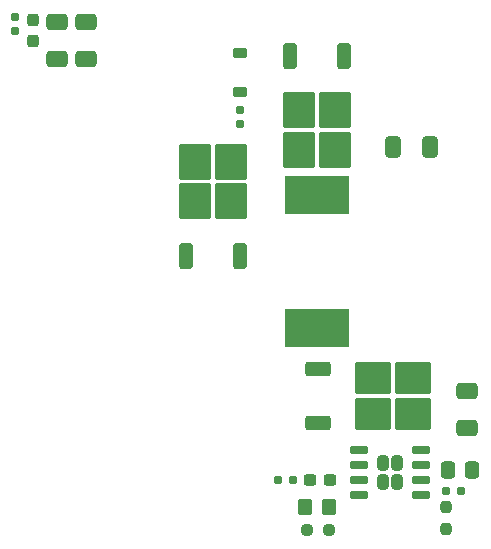
<source format=gtp>
G04 #@! TF.GenerationSoftware,KiCad,Pcbnew,9.0.5*
G04 #@! TF.CreationDate,2025-10-10T13:46:01-04:00*
G04 #@! TF.ProjectId,power_supply_hat,706f7765-725f-4737-9570-706c795f6861,rev?*
G04 #@! TF.SameCoordinates,Original*
G04 #@! TF.FileFunction,Paste,Top*
G04 #@! TF.FilePolarity,Positive*
%FSLAX46Y46*%
G04 Gerber Fmt 4.6, Leading zero omitted, Abs format (unit mm)*
G04 Created by KiCad (PCBNEW 9.0.5) date 2025-10-10 13:46:01*
%MOMM*%
%LPD*%
G01*
G04 APERTURE LIST*
G04 Aperture macros list*
%AMRoundRect*
0 Rectangle with rounded corners*
0 $1 Rounding radius*
0 $2 $3 $4 $5 $6 $7 $8 $9 X,Y pos of 4 corners*
0 Add a 4 corners polygon primitive as box body*
4,1,4,$2,$3,$4,$5,$6,$7,$8,$9,$2,$3,0*
0 Add four circle primitives for the rounded corners*
1,1,$1+$1,$2,$3*
1,1,$1+$1,$4,$5*
1,1,$1+$1,$6,$7*
1,1,$1+$1,$8,$9*
0 Add four rect primitives between the rounded corners*
20,1,$1+$1,$2,$3,$4,$5,0*
20,1,$1+$1,$4,$5,$6,$7,0*
20,1,$1+$1,$6,$7,$8,$9,0*
20,1,$1+$1,$8,$9,$2,$3,0*%
G04 Aperture macros list end*
%ADD10RoundRect,0.237500X-0.250000X-0.237500X0.250000X-0.237500X0.250000X0.237500X-0.250000X0.237500X0*%
%ADD11RoundRect,0.155000X-0.155000X0.212500X-0.155000X-0.212500X0.155000X-0.212500X0.155000X0.212500X0*%
%ADD12RoundRect,0.160000X0.197500X0.160000X-0.197500X0.160000X-0.197500X-0.160000X0.197500X-0.160000X0*%
%ADD13RoundRect,0.250000X-0.650000X0.412500X-0.650000X-0.412500X0.650000X-0.412500X0.650000X0.412500X0*%
%ADD14RoundRect,0.160000X-0.160000X0.197500X-0.160000X-0.197500X0.160000X-0.197500X0.160000X0.197500X0*%
%ADD15RoundRect,0.250000X-0.337500X-0.475000X0.337500X-0.475000X0.337500X0.475000X-0.337500X0.475000X0*%
%ADD16RoundRect,0.250000X-1.275000X-1.125000X1.275000X-1.125000X1.275000X1.125000X-1.275000X1.125000X0*%
%ADD17RoundRect,0.250000X-0.850000X-0.350000X0.850000X-0.350000X0.850000X0.350000X-0.850000X0.350000X0*%
%ADD18RoundRect,0.225000X-0.375000X0.225000X-0.375000X-0.225000X0.375000X-0.225000X0.375000X0.225000X0*%
%ADD19RoundRect,0.237500X0.300000X0.237500X-0.300000X0.237500X-0.300000X-0.237500X0.300000X-0.237500X0*%
%ADD20R,5.500000X3.250000*%
%ADD21RoundRect,0.237500X-0.237500X0.300000X-0.237500X-0.300000X0.237500X-0.300000X0.237500X0.300000X0*%
%ADD22RoundRect,0.250000X-1.125000X1.275000X-1.125000X-1.275000X1.125000X-1.275000X1.125000X1.275000X0*%
%ADD23RoundRect,0.250000X-0.350000X0.850000X-0.350000X-0.850000X0.350000X-0.850000X0.350000X0.850000X0*%
%ADD24RoundRect,0.250000X1.125000X-1.275000X1.125000X1.275000X-1.125000X1.275000X-1.125000X-1.275000X0*%
%ADD25RoundRect,0.250000X0.350000X-0.850000X0.350000X0.850000X-0.350000X0.850000X-0.350000X-0.850000X0*%
%ADD26RoundRect,0.250000X0.350000X0.450000X-0.350000X0.450000X-0.350000X-0.450000X0.350000X-0.450000X0*%
%ADD27RoundRect,0.250000X-0.412500X-0.650000X0.412500X-0.650000X0.412500X0.650000X-0.412500X0.650000X0*%
%ADD28RoundRect,0.242500X-0.242500X-0.402500X0.242500X-0.402500X0.242500X0.402500X-0.242500X0.402500X0*%
%ADD29RoundRect,0.150000X-0.650000X-0.150000X0.650000X-0.150000X0.650000X0.150000X-0.650000X0.150000X0*%
%ADD30RoundRect,0.250000X0.650000X-0.412500X0.650000X0.412500X-0.650000X0.412500X-0.650000X-0.412500X0*%
%ADD31RoundRect,0.237500X-0.237500X0.250000X-0.237500X-0.250000X0.237500X-0.250000X0.237500X0.250000X0*%
G04 APERTURE END LIST*
D10*
X130200000Y-94950000D03*
X132025000Y-94950000D03*
D11*
X105500000Y-51502500D03*
X105500000Y-52637500D03*
D12*
X143197500Y-91600000D03*
X142002500Y-91600000D03*
D13*
X109000000Y-51937500D03*
X109000000Y-55062500D03*
D14*
X124525000Y-59380000D03*
X124525000Y-60575000D03*
D15*
X142115000Y-89825000D03*
X144190000Y-89825000D03*
D16*
X135775000Y-82050000D03*
X135775000Y-85100000D03*
X139125000Y-82050000D03*
X139125000Y-85100000D03*
D17*
X131150000Y-81295000D03*
X131150000Y-85855000D03*
D18*
X124525000Y-54525000D03*
X124525000Y-57825000D03*
D19*
X132137500Y-90700000D03*
X130412500Y-90700000D03*
D20*
X131025000Y-77825000D03*
X131025000Y-66575000D03*
D21*
X107000000Y-51775000D03*
X107000000Y-53500000D03*
D22*
X132550000Y-59400000D03*
X129500000Y-59400000D03*
X132550000Y-62750000D03*
X129500000Y-62750000D03*
D23*
X133305000Y-54775000D03*
X128745000Y-54775000D03*
D24*
X120725000Y-67075000D03*
X123775000Y-67075000D03*
X120725000Y-63725000D03*
X123775000Y-63725000D03*
D25*
X119970000Y-71700000D03*
X124530000Y-71700000D03*
D12*
X128970000Y-90700000D03*
X127775000Y-90700000D03*
D26*
X132025000Y-92950000D03*
X130025000Y-92950000D03*
D27*
X137500000Y-62500000D03*
X140625000Y-62500000D03*
D13*
X111500000Y-51937500D03*
X111500000Y-55062500D03*
D28*
X136625000Y-89250000D03*
X136625000Y-90850000D03*
X137825000Y-89250000D03*
X137825000Y-90850000D03*
D29*
X134575000Y-88145000D03*
X134575000Y-89415000D03*
X134575000Y-90685000D03*
X134575000Y-91955000D03*
X139875000Y-91955000D03*
X139875000Y-90685000D03*
X139875000Y-89415000D03*
X139875000Y-88145000D03*
D30*
X143750000Y-86312500D03*
X143750000Y-83187500D03*
D31*
X141940000Y-93000000D03*
X141940000Y-94825000D03*
M02*

</source>
